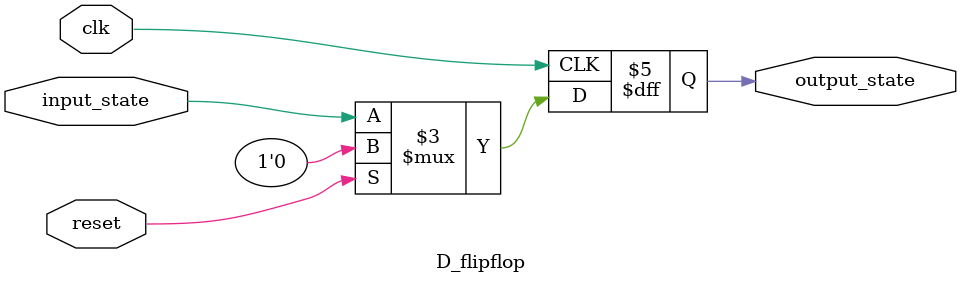
<source format=v>
`timescale 1ns / 1ps


module D_flipflop(clk, reset, input_state, output_state);//, output_state_bar);
input clk;
input reset;
input input_state;
output reg output_state;
//output reg output_state_bar;

always@(posedge clk)
begin
    if (reset)    //reset has been set for active-high enable
    begin
        output_state = 0;
        //output_state_bar = 1;
    end
    
    else
    begin
        output_state = input_state;
        //output_state_bar = ~input_state;
    end
    
end
endmodule

</source>
